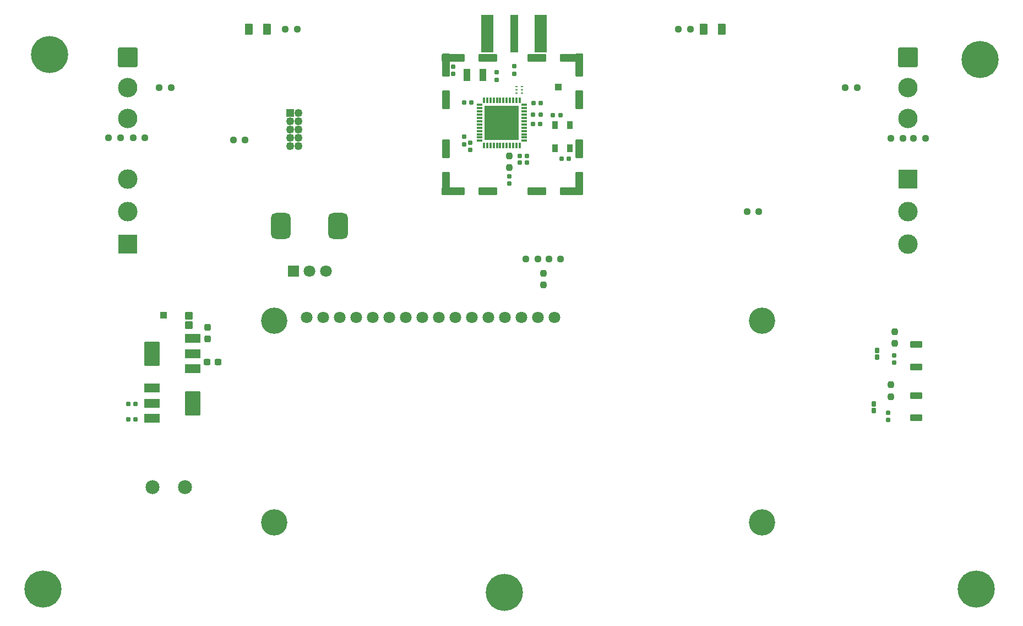
<source format=gbr>
%TF.GenerationSoftware,KiCad,Pcbnew,(6.0.9)*%
%TF.CreationDate,2024-05-17T13:50:49+01:00*%
%TF.ProjectId,Controller,436f6e74-726f-46c6-9c65-722e6b696361,rev?*%
%TF.SameCoordinates,Original*%
%TF.FileFunction,Soldermask,Top*%
%TF.FilePolarity,Negative*%
%FSLAX46Y46*%
G04 Gerber Fmt 4.6, Leading zero omitted, Abs format (unit mm)*
G04 Created by KiCad (PCBNEW (6.0.9)) date 2024-05-17 13:50:49*
%MOMM*%
%LPD*%
G01*
G04 APERTURE LIST*
G04 Aperture macros list*
%AMRoundRect*
0 Rectangle with rounded corners*
0 $1 Rounding radius*
0 $2 $3 $4 $5 $6 $7 $8 $9 X,Y pos of 4 corners*
0 Add a 4 corners polygon primitive as box body*
4,1,4,$2,$3,$4,$5,$6,$7,$8,$9,$2,$3,0*
0 Add four circle primitives for the rounded corners*
1,1,$1+$1,$2,$3*
1,1,$1+$1,$4,$5*
1,1,$1+$1,$6,$7*
1,1,$1+$1,$8,$9*
0 Add four rect primitives between the rounded corners*
20,1,$1+$1,$2,$3,$4,$5,0*
20,1,$1+$1,$4,$5,$6,$7,0*
20,1,$1+$1,$6,$7,$8,$9,0*
20,1,$1+$1,$8,$9,$2,$3,0*%
G04 Aperture macros list end*
%ADD10R,1.000000X1.000000*%
%ADD11RoundRect,0.237500X0.250000X0.237500X-0.250000X0.237500X-0.250000X-0.237500X0.250000X-0.237500X0*%
%ADD12C,5.700000*%
%ADD13C,3.600000*%
%ADD14RoundRect,0.155000X0.212500X0.155000X-0.212500X0.155000X-0.212500X-0.155000X0.212500X-0.155000X0*%
%ADD15RoundRect,0.102000X-1.387500X-1.387500X1.387500X-1.387500X1.387500X1.387500X-1.387500X1.387500X0*%
%ADD16C,2.979000*%
%ADD17RoundRect,0.155000X0.155000X-0.212500X0.155000X0.212500X-0.155000X0.212500X-0.155000X-0.212500X0*%
%ADD18RoundRect,0.102000X-0.250000X0.300000X-0.250000X-0.300000X0.250000X-0.300000X0.250000X0.300000X0*%
%ADD19C,2.154000*%
%ADD20RoundRect,0.237500X-0.250000X-0.237500X0.250000X-0.237500X0.250000X0.237500X-0.250000X0.237500X0*%
%ADD21RoundRect,0.250000X0.375000X0.625000X-0.375000X0.625000X-0.375000X-0.625000X0.375000X-0.625000X0*%
%ADD22RoundRect,0.155000X-0.212500X-0.155000X0.212500X-0.155000X0.212500X0.155000X-0.212500X0.155000X0*%
%ADD23RoundRect,0.237500X-0.237500X0.250000X-0.237500X-0.250000X0.237500X-0.250000X0.237500X0.250000X0*%
%ADD24RoundRect,0.237500X-0.300000X-0.237500X0.300000X-0.237500X0.300000X0.237500X-0.300000X0.237500X0*%
%ADD25R,1.100000X1.900000*%
%ADD26C,1.800000*%
%ADD27C,4.050000*%
%ADD28RoundRect,0.102000X1.100000X0.600000X-1.100000X0.600000X-1.100000X-0.600000X1.100000X-0.600000X0*%
%ADD29RoundRect,0.102000X1.100000X1.750000X-1.100000X1.750000X-1.100000X-1.750000X1.100000X-1.750000X0*%
%ADD30RoundRect,0.102000X0.485000X-0.500000X0.485000X0.500000X-0.485000X0.500000X-0.485000X-0.500000X0*%
%ADD31RoundRect,0.102000X0.500000X-1.650000X0.500000X1.650000X-0.500000X1.650000X-0.500000X-1.650000X0*%
%ADD32RoundRect,0.102000X-1.650000X-0.500000X1.650000X-0.500000X1.650000X0.500000X-1.650000X0.500000X0*%
%ADD33RoundRect,0.102000X-1.300000X-0.500000X1.300000X-0.500000X1.300000X0.500000X-1.300000X0.500000X0*%
%ADD34RoundRect,0.102000X0.500000X-1.300000X0.500000X1.300000X-0.500000X1.300000X-0.500000X-1.300000X0*%
%ADD35R,0.889000X1.244600*%
%ADD36RoundRect,0.250000X-0.375000X-0.625000X0.375000X-0.625000X0.375000X0.625000X-0.375000X0.625000X0*%
%ADD37RoundRect,0.237500X0.237500X-0.250000X0.237500X0.250000X-0.237500X0.250000X-0.237500X-0.250000X0*%
%ADD38RoundRect,0.155000X-0.155000X0.212500X-0.155000X-0.212500X0.155000X-0.212500X0.155000X0.212500X0*%
%ADD39RoundRect,0.102000X-0.500000X2.800000X-0.500000X-2.800000X0.500000X-2.800000X0.500000X2.800000X0*%
%ADD40RoundRect,0.102000X-0.825000X2.800000X-0.825000X-2.800000X0.825000X-2.800000X0.825000X2.800000X0*%
%ADD41RoundRect,0.102000X0.850000X0.400000X-0.850000X0.400000X-0.850000X-0.400000X0.850000X-0.400000X0*%
%ADD42R,3.000000X3.000000*%
%ADD43C,3.000000*%
%ADD44R,0.457200X0.254000*%
%ADD45RoundRect,0.102000X-1.100000X-0.600000X1.100000X-0.600000X1.100000X0.600000X-1.100000X0.600000X0*%
%ADD46RoundRect,0.102000X-1.100000X-1.750000X1.100000X-1.750000X1.100000X1.750000X-1.100000X1.750000X0*%
%ADD47RoundRect,0.237500X0.237500X-0.300000X0.237500X0.300000X-0.237500X0.300000X-0.237500X-0.300000X0*%
%ADD48RoundRect,0.102000X-0.525000X0.525000X-0.525000X-0.525000X0.525000X-0.525000X0.525000X0.525000X0*%
%ADD49C,1.254000*%
%ADD50R,0.300000X0.900000*%
%ADD51R,0.900000X0.300000*%
%ADD52R,5.250000X5.250000*%
%ADD53R,1.800000X1.800000*%
%ADD54RoundRect,0.750000X0.750000X-1.250000X0.750000X1.250000X-0.750000X1.250000X-0.750000X-1.250000X0*%
G04 APERTURE END LIST*
D10*
%TO.C,TP2*%
X170210000Y-43870000D03*
%TD*%
D11*
%TO.C,R12*%
X102902500Y-51660000D03*
X101077500Y-51660000D03*
%TD*%
D12*
%TO.C,H2*%
X235090000Y-39630000D03*
D13*
X235090000Y-39630000D03*
%TD*%
D14*
%TO.C,C17*%
X171857500Y-54880000D03*
X170722500Y-54880000D03*
%TD*%
D15*
%TO.C,S3*%
X104000000Y-39300000D03*
D16*
X104000000Y-44000000D03*
X104000000Y-48700000D03*
%TD*%
D15*
%TO.C,S4*%
X224000000Y-39300000D03*
D16*
X224000000Y-44000000D03*
X224000000Y-48700000D03*
%TD*%
D17*
%TO.C,C12*%
X163420000Y-41837500D03*
X163420000Y-40702500D03*
%TD*%
D11*
%TO.C,R14*%
X223202500Y-51720000D03*
X221377500Y-51720000D03*
%TD*%
D13*
%TO.C,H4*%
X91970000Y-38860000D03*
D12*
X91970000Y-38860000D03*
%TD*%
D10*
%TO.C,TP1*%
X109530000Y-78930000D03*
%TD*%
D11*
%TO.C,R13*%
X106662500Y-51710000D03*
X104837500Y-51710000D03*
%TD*%
D18*
%TO.C,D2*%
X219240000Y-84357500D03*
X219240000Y-85357500D03*
%TD*%
D19*
%TO.C,J1*%
X107830000Y-105370000D03*
X112830000Y-105370000D03*
%TD*%
D17*
%TO.C,C19*%
X160770000Y-42747500D03*
X160770000Y-41612500D03*
%TD*%
D13*
%TO.C,H5*%
X161880000Y-121550000D03*
D12*
X161880000Y-121550000D03*
%TD*%
D20*
%TO.C,R3*%
X188697500Y-35000000D03*
X190522500Y-35000000D03*
%TD*%
D14*
%TO.C,C6*%
X105197500Y-92530000D03*
X104062500Y-92530000D03*
%TD*%
%TO.C,C3*%
X156837500Y-46300000D03*
X155702500Y-46300000D03*
%TD*%
D21*
%TO.C,D3*%
X195400000Y-35000000D03*
X192600000Y-35000000D03*
%TD*%
D22*
%TO.C,C5*%
X166322500Y-49540000D03*
X167457500Y-49540000D03*
%TD*%
D23*
%TO.C,R5*%
X167900000Y-72487500D03*
X167900000Y-74312500D03*
%TD*%
D11*
%TO.C,R9*%
X216152500Y-43960000D03*
X214327500Y-43960000D03*
%TD*%
D24*
%TO.C,C8*%
X116167500Y-86130000D03*
X117892500Y-86130000D03*
%TD*%
D25*
%TO.C,31111111*%
X158650000Y-42020000D03*
X156150000Y-42020000D03*
%TD*%
D22*
%TO.C,C18*%
X169392500Y-48180000D03*
X170527500Y-48180000D03*
%TD*%
D26*
%TO.C,21111111*%
X131500000Y-79255000D03*
X134040000Y-79255000D03*
X136580000Y-79255000D03*
X139120000Y-79255000D03*
X141660000Y-79255000D03*
X144200000Y-79255000D03*
X146740000Y-79255000D03*
X149280000Y-79255000D03*
X151820000Y-79255000D03*
X154360000Y-79255000D03*
X156900000Y-79255000D03*
X159440000Y-79255000D03*
X161980000Y-79255000D03*
X164520000Y-79255000D03*
X167060000Y-79255000D03*
X169600000Y-79255000D03*
D27*
X126500000Y-79755000D03*
X126500000Y-110755000D03*
X201500000Y-79755000D03*
X201500000Y-110755000D03*
%TD*%
D11*
%TO.C,R15*%
X226692500Y-51740000D03*
X224867500Y-51740000D03*
%TD*%
D28*
%TO.C,U2*%
X113970000Y-87130000D03*
X113970000Y-84830000D03*
X113970000Y-82530000D03*
D29*
X107770000Y-84830000D03*
%TD*%
D20*
%TO.C,R4*%
X128227500Y-35000000D03*
X130052500Y-35000000D03*
%TD*%
D22*
%TO.C,C13*%
X166362500Y-48140000D03*
X167497500Y-48140000D03*
%TD*%
D30*
%TO.C,FL1*%
X113410000Y-80485000D03*
X113410000Y-79015000D03*
%TD*%
D22*
%TO.C,C15*%
X166372500Y-46330000D03*
X167507500Y-46330000D03*
%TD*%
D14*
%TO.C,C1*%
X105197500Y-94930000D03*
X104062500Y-94930000D03*
%TD*%
D31*
%TO.C,U4*%
X152920000Y-40520000D03*
D32*
X154070000Y-39370000D03*
D33*
X159420000Y-39370000D03*
X166920000Y-39370000D03*
D32*
X172270000Y-39370000D03*
D31*
X173420000Y-40520000D03*
D34*
X173420000Y-45870000D03*
X173420000Y-53370000D03*
D31*
X173420000Y-58720000D03*
D32*
X172270000Y-59870000D03*
D33*
X166920000Y-59870000D03*
X159420000Y-59870000D03*
D32*
X154070000Y-59870000D03*
D31*
X152920000Y-58720000D03*
D34*
X152920000Y-53370000D03*
X152920000Y-45870000D03*
%TD*%
D35*
%TO.C,Y1*%
X171980000Y-49706600D03*
X171980000Y-53313400D03*
X169680000Y-53313400D03*
X169680000Y-49706600D03*
%TD*%
D36*
%TO.C,D4*%
X122600000Y-35000000D03*
X125400000Y-35000000D03*
%TD*%
D37*
%TO.C,R1*%
X221340000Y-91432500D03*
X221340000Y-89607500D03*
%TD*%
D38*
%TO.C,C4*%
X155760000Y-51532500D03*
X155760000Y-52667500D03*
%TD*%
D20*
%TO.C,R11*%
X120237500Y-52000000D03*
X122062500Y-52000000D03*
%TD*%
%TO.C,R6*%
X165217500Y-70270000D03*
X167042500Y-70270000D03*
%TD*%
D38*
%TO.C,C11*%
X162690000Y-57572500D03*
X162690000Y-58707500D03*
%TD*%
D37*
%TO.C,R2*%
X221950000Y-83267500D03*
X221950000Y-81442500D03*
%TD*%
D11*
%TO.C,R10*%
X201062500Y-62990000D03*
X199237500Y-62990000D03*
%TD*%
D39*
%TO.C,J3*%
X163420000Y-35650000D03*
D40*
X167545000Y-35650000D03*
X159295000Y-35650000D03*
%TD*%
D41*
%TO.C,S2*%
X225270000Y-86867500D03*
X225270000Y-83467500D03*
%TD*%
D38*
%TO.C,C16*%
X156710000Y-52432500D03*
X156710000Y-53567500D03*
%TD*%
D42*
%TO.C,RV3*%
X224000000Y-58000000D03*
D43*
X224000000Y-63000000D03*
X224000000Y-68000000D03*
%TD*%
D20*
%TO.C,R8*%
X108847500Y-44000000D03*
X110672500Y-44000000D03*
%TD*%
D17*
%TO.C,C20*%
X154030000Y-41867500D03*
X154030000Y-40732500D03*
%TD*%
D44*
%TO.C,U3*%
X163760300Y-43832000D03*
X163760300Y-44340000D03*
X163760300Y-44848000D03*
X164598500Y-44848000D03*
X164598500Y-44340000D03*
X164598500Y-43832000D03*
%TD*%
D20*
%TO.C,R7*%
X168747500Y-70310000D03*
X170572500Y-70310000D03*
%TD*%
D45*
%TO.C,U1*%
X107770000Y-90150000D03*
X107770000Y-92450000D03*
X107770000Y-94750000D03*
D46*
X113970000Y-92450000D03*
%TD*%
D42*
%TO.C,RV2*%
X104000000Y-68000000D03*
D43*
X104000000Y-63000000D03*
X104000000Y-58000000D03*
%TD*%
D38*
%TO.C,C9*%
X221860000Y-85120000D03*
X221860000Y-86255000D03*
%TD*%
D22*
%TO.C,C7*%
X164272500Y-55460000D03*
X165407500Y-55460000D03*
%TD*%
D47*
%TO.C,C14*%
X116300000Y-82555000D03*
X116300000Y-80830000D03*
%TD*%
D48*
%TO.C,J2*%
X129015000Y-47860000D03*
D49*
X130285000Y-47860000D03*
X129015000Y-49130000D03*
X130285000Y-49130000D03*
X129015000Y-50400000D03*
X130285000Y-50400000D03*
X129015000Y-51670000D03*
X130285000Y-51670000D03*
X129015000Y-52940000D03*
X130285000Y-52940000D03*
%TD*%
D22*
%TO.C,C10*%
X164282500Y-54470000D03*
X165417500Y-54470000D03*
%TD*%
D12*
%TO.C,H1*%
X90960000Y-121050000D03*
D13*
X90960000Y-121050000D03*
%TD*%
D50*
%TO.C,11111111*%
X164280000Y-45930000D03*
X163780000Y-45930000D03*
X163280000Y-45930000D03*
X162780000Y-45930000D03*
X162280000Y-45930000D03*
X161780000Y-45930000D03*
X161280000Y-45930000D03*
X160780000Y-45930000D03*
X160280000Y-45930000D03*
X159780000Y-45930000D03*
X159280000Y-45930000D03*
X158780000Y-45930000D03*
D51*
X158080000Y-46630000D03*
X158080000Y-47130000D03*
X158080000Y-47630000D03*
X158080000Y-48130000D03*
X158080000Y-48630000D03*
X158080000Y-49130000D03*
X158080000Y-49630000D03*
X158080000Y-50130000D03*
X158080000Y-50630000D03*
X158080000Y-51130000D03*
X158080000Y-51630000D03*
X158080000Y-52130000D03*
D50*
X158780000Y-52830000D03*
X159280000Y-52830000D03*
X159780000Y-52830000D03*
X160280000Y-52830000D03*
X160780000Y-52830000D03*
X161280000Y-52830000D03*
X161780000Y-52830000D03*
X162280000Y-52830000D03*
X162780000Y-52830000D03*
X163280000Y-52830000D03*
X163780000Y-52830000D03*
X164280000Y-52830000D03*
D51*
X164980000Y-52130000D03*
X164980000Y-51630000D03*
X164980000Y-51130000D03*
X164980000Y-50630000D03*
X164980000Y-50130000D03*
X164980000Y-49630000D03*
X164980000Y-49130000D03*
X164980000Y-48630000D03*
X164980000Y-48130000D03*
X164980000Y-47630000D03*
X164980000Y-47130000D03*
X164980000Y-46630000D03*
D52*
X161530000Y-49380000D03*
%TD*%
D23*
%TO.C,L1*%
X162700000Y-54457500D03*
X162700000Y-56282500D03*
%TD*%
D38*
%TO.C,C2*%
X220950000Y-93910000D03*
X220950000Y-95045000D03*
%TD*%
D18*
%TO.C,D1*%
X218750000Y-92567500D03*
X218750000Y-93567500D03*
%TD*%
D53*
%TO.C,RV1*%
X129450000Y-72200000D03*
D26*
X131950000Y-72200000D03*
X134450000Y-72200000D03*
D54*
X136350000Y-65200000D03*
X127550000Y-65200000D03*
%TD*%
D41*
%TO.C,S1*%
X225210000Y-94687500D03*
X225210000Y-91287500D03*
%TD*%
D12*
%TO.C,H3*%
X234450000Y-121050000D03*
D13*
X234450000Y-121050000D03*
%TD*%
M02*

</source>
